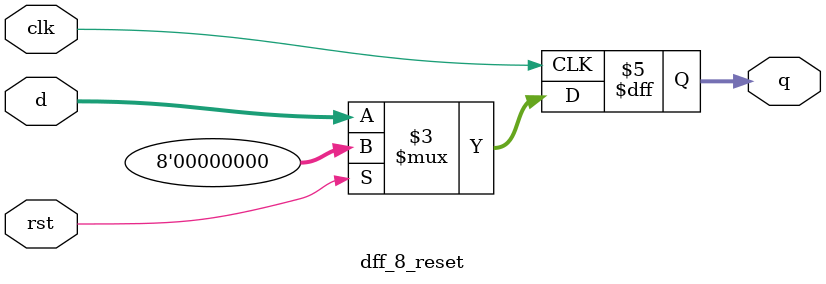
<source format=v>
module dff_8_reset (clk, d, rst, q);
    input clk, rst;
    input [7:0] d;
    output [7:0] q;
    reg [7:0] q;

    always @(posedge clk) begin
        if (rst) begin
            q <= 8'b0;
        end else begin
            q <= d;
        end
    end
endmodule
</source>
